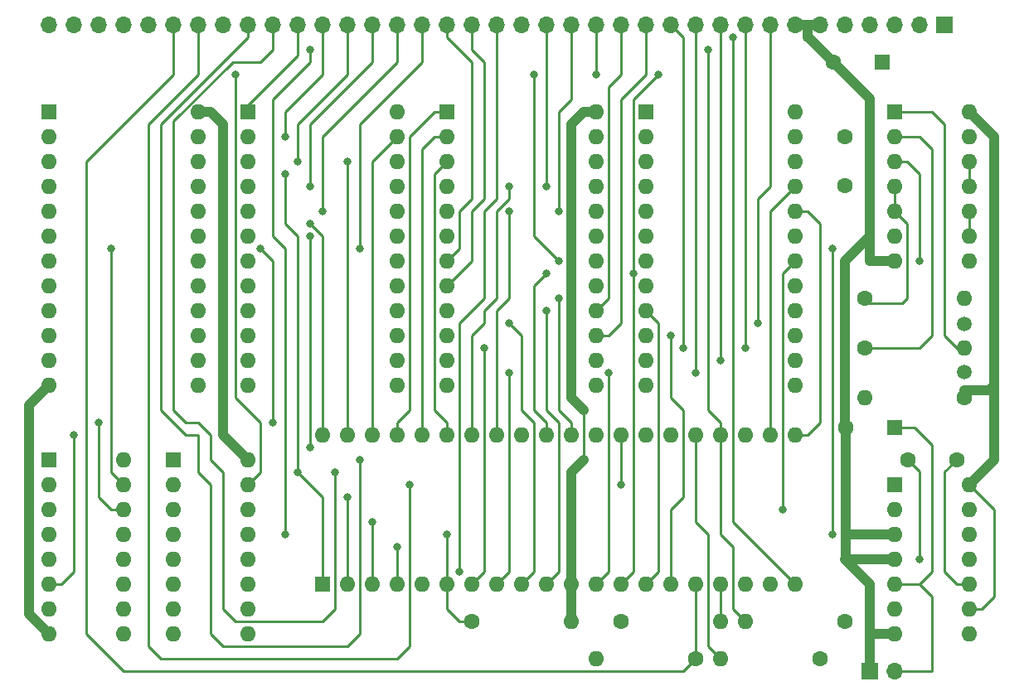
<source format=gbr>
%TF.GenerationSoftware,KiCad,Pcbnew,6.0.2+dfsg-1*%
%TF.CreationDate,2024-06-04T09:24:19+02:00*%
%TF.ProjectId,SBC2_Rebuild,53424332-5f52-4656-9275-696c642e6b69,rev?*%
%TF.SameCoordinates,Original*%
%TF.FileFunction,Copper,L2,Bot*%
%TF.FilePolarity,Positive*%
%FSLAX46Y46*%
G04 Gerber Fmt 4.6, Leading zero omitted, Abs format (unit mm)*
G04 Created by KiCad (PCBNEW 6.0.2+dfsg-1) date 2024-06-04 09:24:19*
%MOMM*%
%LPD*%
G01*
G04 APERTURE LIST*
%TA.AperFunction,ComponentPad*%
%ADD10R,1.600000X1.600000*%
%TD*%
%TA.AperFunction,ComponentPad*%
%ADD11C,1.600000*%
%TD*%
%TA.AperFunction,ComponentPad*%
%ADD12O,1.600000X1.600000*%
%TD*%
%TA.AperFunction,ComponentPad*%
%ADD13R,1.700000X1.700000*%
%TD*%
%TA.AperFunction,ComponentPad*%
%ADD14O,1.700000X1.700000*%
%TD*%
%TA.AperFunction,ComponentPad*%
%ADD15C,1.500000*%
%TD*%
%TA.AperFunction,ViaPad*%
%ADD16C,0.800000*%
%TD*%
%TA.AperFunction,Conductor*%
%ADD17C,0.250000*%
%TD*%
%TA.AperFunction,Conductor*%
%ADD18C,1.000000*%
%TD*%
G04 APERTURE END LIST*
D10*
%TO.P,C4,1*%
%TO.N,+5V*%
X163830000Y-63500000D03*
D11*
%TO.P,C4,2*%
%TO.N,GND*%
X158830000Y-63500000D03*
%TD*%
D10*
%TO.P,U1,1,~{Q}*%
%TO.N,/~{RESET}*%
X165100000Y-106675000D03*
D12*
%TO.P,U1,2*%
%TO.N,N/C*%
X165100000Y-109215000D03*
%TO.P,U1,3,A1*%
%TO.N,GND*%
X165100000Y-111755000D03*
%TO.P,U1,4,A2*%
X165100000Y-114295000D03*
%TO.P,U1,5,B*%
%TO.N,Net-(C1-Pad1)*%
X165100000Y-116835000D03*
%TO.P,U1,6,Q*%
%TO.N,unconnected-(U1-Pad6)*%
X165100000Y-119375000D03*
%TO.P,U1,7,GND*%
%TO.N,GND*%
X165100000Y-121915000D03*
%TO.P,U1,8*%
%TO.N,N/C*%
X172720000Y-121915000D03*
%TO.P,U1,9,Rint*%
%TO.N,+5V*%
X172720000Y-119375000D03*
%TO.P,U1,10,Cext*%
%TO.N,Net-(C2-Pad2)*%
X172720000Y-116835000D03*
%TO.P,U1,11,R/Cext*%
%TO.N,Net-(C2-Pad1)*%
X172720000Y-114295000D03*
%TO.P,U1,12*%
%TO.N,N/C*%
X172720000Y-111755000D03*
%TO.P,U1,13*%
X172720000Y-109215000D03*
%TO.P,U1,14,VCC*%
%TO.N,+5V*%
X172720000Y-106675000D03*
%TD*%
D10*
%TO.P,U7,1,A7*%
%TO.N,/A7*%
X99060000Y-68580000D03*
D12*
%TO.P,U7,2,A6*%
%TO.N,/A6*%
X99060000Y-71120000D03*
%TO.P,U7,3,A5*%
%TO.N,/A5*%
X99060000Y-73660000D03*
%TO.P,U7,4,A4*%
%TO.N,/A4*%
X99060000Y-76200000D03*
%TO.P,U7,5,A3*%
%TO.N,/A3*%
X99060000Y-78740000D03*
%TO.P,U7,6,A2*%
%TO.N,/A2*%
X99060000Y-81280000D03*
%TO.P,U7,7,A1*%
%TO.N,/A1*%
X99060000Y-83820000D03*
%TO.P,U7,8,A0*%
%TO.N,/A0*%
X99060000Y-86360000D03*
%TO.P,U7,9,D0*%
%TO.N,/D0*%
X99060000Y-88900000D03*
%TO.P,U7,10,D1*%
%TO.N,/D1*%
X99060000Y-91440000D03*
%TO.P,U7,11,D2*%
%TO.N,/D2*%
X99060000Y-93980000D03*
%TO.P,U7,12,GND*%
%TO.N,GND*%
X99060000Y-96520000D03*
%TO.P,U7,13,D3*%
%TO.N,/D3*%
X114300000Y-96520000D03*
%TO.P,U7,14,D4*%
%TO.N,/D4*%
X114300000Y-93980000D03*
%TO.P,U7,15,D5*%
%TO.N,/D5*%
X114300000Y-91440000D03*
%TO.P,U7,16,D6*%
%TO.N,/D6*%
X114300000Y-88900000D03*
%TO.P,U7,17,D7*%
%TO.N,/D7*%
X114300000Y-86360000D03*
%TO.P,U7,18,~{CE}*%
%TO.N,/~{CE2}*%
X114300000Y-83820000D03*
%TO.P,U7,19,A10*%
%TO.N,/A10*%
X114300000Y-81280000D03*
%TO.P,U7,20,~{OE}*%
%TO.N,/~{RD}*%
X114300000Y-78740000D03*
%TO.P,U7,21,A11*%
%TO.N,/A11*%
X114300000Y-76200000D03*
%TO.P,U7,22,A9*%
%TO.N,/A9*%
X114300000Y-73660000D03*
%TO.P,U7,23,A8*%
%TO.N,/A8*%
X114300000Y-71120000D03*
%TO.P,U7,24,VCC*%
%TO.N,+5V*%
X114300000Y-68580000D03*
%TD*%
D11*
%TO.P,R5,1*%
%TO.N,+5V*%
X157480000Y-124460000D03*
D12*
%TO.P,R5,2*%
%TO.N,Net-(R5-Pad2)*%
X147320000Y-124460000D03*
%TD*%
D11*
%TO.P,R2,1*%
%TO.N,Net-(C3-Pad2)*%
X162020000Y-92710000D03*
D12*
%TO.P,R2,2*%
%TO.N,Net-(R2-Pad2)*%
X172180000Y-92710000D03*
%TD*%
D11*
%TO.P,R7,1*%
%TO.N,/~{INT}*%
X144780000Y-124460000D03*
D12*
%TO.P,R7,2*%
%TO.N,+5V*%
X134620000Y-124460000D03*
%TD*%
D11*
%TO.P,R8,1*%
%TO.N,/~{CLK}*%
X121920000Y-120650000D03*
D12*
%TO.P,R8,2*%
%TO.N,+5V*%
X132080000Y-120650000D03*
%TD*%
D10*
%TO.P,C1,1*%
%TO.N,Net-(C1-Pad1)*%
X165100000Y-100830000D03*
D11*
%TO.P,C1,2*%
%TO.N,GND*%
X160100000Y-100830000D03*
%TD*%
D10*
%TO.P,U9,1,A7*%
%TO.N,/A7*%
X139700000Y-68580000D03*
D12*
%TO.P,U9,2,A6*%
%TO.N,/A6*%
X139700000Y-71120000D03*
%TO.P,U9,3,A5*%
%TO.N,/A5*%
X139700000Y-73660000D03*
%TO.P,U9,4,A4*%
%TO.N,/A4*%
X139700000Y-76200000D03*
%TO.P,U9,5,A3*%
%TO.N,/A3*%
X139700000Y-78740000D03*
%TO.P,U9,6,A2*%
%TO.N,/A2*%
X139700000Y-81280000D03*
%TO.P,U9,7,A1*%
%TO.N,/A1*%
X139700000Y-83820000D03*
%TO.P,U9,8,A0*%
%TO.N,/A0*%
X139700000Y-86360000D03*
%TO.P,U9,9,D0*%
%TO.N,/D0*%
X139700000Y-88900000D03*
%TO.P,U9,10,D1*%
%TO.N,/D1*%
X139700000Y-91440000D03*
%TO.P,U9,11,D2*%
%TO.N,/D2*%
X139700000Y-93980000D03*
%TO.P,U9,12,GND*%
%TO.N,GND*%
X139700000Y-96520000D03*
%TO.P,U9,13,D3*%
%TO.N,/D3*%
X154940000Y-96520000D03*
%TO.P,U9,14,D4*%
%TO.N,/D4*%
X154940000Y-93980000D03*
%TO.P,U9,15,D5*%
%TO.N,/D5*%
X154940000Y-91440000D03*
%TO.P,U9,16,D6*%
%TO.N,/D6*%
X154940000Y-88900000D03*
%TO.P,U9,17,D7*%
%TO.N,/D7*%
X154940000Y-86360000D03*
%TO.P,U9,18,~{CS}*%
%TO.N,/~{CE4}*%
X154940000Y-83820000D03*
%TO.P,U9,19,A10*%
%TO.N,/A10*%
X154940000Y-81280000D03*
%TO.P,U9,20,~{OE}*%
%TO.N,/~{RD}*%
X154940000Y-78740000D03*
%TO.P,U9,21,~{WE}*%
%TO.N,/~{WR}*%
X154940000Y-76200000D03*
%TO.P,U9,22,A9*%
%TO.N,/A9*%
X154940000Y-73660000D03*
%TO.P,U9,23,A8*%
%TO.N,/A8*%
X154940000Y-71120000D03*
%TO.P,U9,24,VCC*%
%TO.N,+5V*%
X154940000Y-68580000D03*
%TD*%
D11*
%TO.P,C3,1*%
%TO.N,Net-(C3-Pad1)*%
X160020000Y-76160000D03*
%TO.P,C3,2*%
%TO.N,Net-(C3-Pad2)*%
X160020000Y-71160000D03*
%TD*%
D10*
%TO.P,U6,1,A7*%
%TO.N,/A7*%
X78740000Y-68580000D03*
D12*
%TO.P,U6,2,A6*%
%TO.N,/A6*%
X78740000Y-71120000D03*
%TO.P,U6,3,A5*%
%TO.N,/A5*%
X78740000Y-73660000D03*
%TO.P,U6,4,A4*%
%TO.N,/A4*%
X78740000Y-76200000D03*
%TO.P,U6,5,A3*%
%TO.N,/A3*%
X78740000Y-78740000D03*
%TO.P,U6,6,A2*%
%TO.N,/A2*%
X78740000Y-81280000D03*
%TO.P,U6,7,A1*%
%TO.N,/A1*%
X78740000Y-83820000D03*
%TO.P,U6,8,A0*%
%TO.N,/A0*%
X78740000Y-86360000D03*
%TO.P,U6,9,D0*%
%TO.N,/D0*%
X78740000Y-88900000D03*
%TO.P,U6,10,D1*%
%TO.N,/D1*%
X78740000Y-91440000D03*
%TO.P,U6,11,D2*%
%TO.N,/D2*%
X78740000Y-93980000D03*
%TO.P,U6,12,GND*%
%TO.N,GND*%
X78740000Y-96520000D03*
%TO.P,U6,13,D3*%
%TO.N,/D3*%
X93980000Y-96520000D03*
%TO.P,U6,14,D4*%
%TO.N,/D4*%
X93980000Y-93980000D03*
%TO.P,U6,15,D5*%
%TO.N,/D5*%
X93980000Y-91440000D03*
%TO.P,U6,16,D6*%
%TO.N,/D6*%
X93980000Y-88900000D03*
%TO.P,U6,17,D7*%
%TO.N,/D7*%
X93980000Y-86360000D03*
%TO.P,U6,18,~{CE}*%
%TO.N,/~{CE1}*%
X93980000Y-83820000D03*
%TO.P,U6,19,A10*%
%TO.N,/A10*%
X93980000Y-81280000D03*
%TO.P,U6,20,~{OE}*%
%TO.N,/~{RD}*%
X93980000Y-78740000D03*
%TO.P,U6,21,A11*%
%TO.N,/A11*%
X93980000Y-76200000D03*
%TO.P,U6,22,A9*%
%TO.N,/A9*%
X93980000Y-73660000D03*
%TO.P,U6,23,A8*%
%TO.N,/A8*%
X93980000Y-71120000D03*
%TO.P,U6,24,VCC*%
%TO.N,+5V*%
X93980000Y-68580000D03*
%TD*%
D13*
%TO.P,SW1,1,1*%
%TO.N,GND*%
X162560000Y-125730000D03*
D14*
%TO.P,SW1,2,2*%
%TO.N,Net-(C1-Pad1)*%
X165100000Y-125730000D03*
%TD*%
D11*
%TO.P,C2,1*%
%TO.N,Net-(C2-Pad1)*%
X166410000Y-104140000D03*
%TO.P,C2,2*%
%TO.N,Net-(C2-Pad2)*%
X171410000Y-104140000D03*
%TD*%
D10*
%TO.P,U3,1,A11*%
%TO.N,/A11*%
X106685000Y-116845000D03*
D12*
%TO.P,U3,2,A12*%
%TO.N,/A12*%
X109225000Y-116845000D03*
%TO.P,U3,3,A13*%
%TO.N,/A13*%
X111765000Y-116845000D03*
%TO.P,U3,4,A14*%
%TO.N,/A14*%
X114305000Y-116845000D03*
%TO.P,U3,5,A15*%
%TO.N,/A15*%
X116845000Y-116845000D03*
%TO.P,U3,6,~{CLK}*%
%TO.N,/~{CLK}*%
X119385000Y-116845000D03*
%TO.P,U3,7,D4*%
%TO.N,/D4*%
X121925000Y-116845000D03*
%TO.P,U3,8,D3*%
%TO.N,/D3*%
X124465000Y-116845000D03*
%TO.P,U3,9,D5*%
%TO.N,/D5*%
X127005000Y-116845000D03*
%TO.P,U3,10,D6*%
%TO.N,/D6*%
X129545000Y-116845000D03*
%TO.P,U3,11,VCC*%
%TO.N,+5V*%
X132085000Y-116845000D03*
%TO.P,U3,12,D2*%
%TO.N,/D2*%
X134625000Y-116845000D03*
%TO.P,U3,13,D7*%
%TO.N,/D7*%
X137165000Y-116845000D03*
%TO.P,U3,14,D0*%
%TO.N,/D0*%
X139705000Y-116845000D03*
%TO.P,U3,15,D1*%
%TO.N,/D1*%
X142245000Y-116845000D03*
%TO.P,U3,16,~{INT}*%
%TO.N,/~{INT}*%
X144785000Y-116845000D03*
%TO.P,U3,17,~{NMI}*%
%TO.N,/~{NMI}*%
X147325000Y-116845000D03*
%TO.P,U3,18,~{HALT}*%
%TO.N,unconnected-(U3-Pad18)*%
X149865000Y-116845000D03*
%TO.P,U3,19,~{MREQ}*%
%TO.N,/~{MREQ}*%
X152405000Y-116845000D03*
%TO.P,U3,20,~{IORQ}*%
%TO.N,/~{IORQ}*%
X154945000Y-116845000D03*
%TO.P,U3,21,~{RD}*%
%TO.N,/~{RD}*%
X154945000Y-101605000D03*
%TO.P,U3,22,~{WR}*%
%TO.N,/~{WR}*%
X152405000Y-101605000D03*
%TO.P,U3,23,~{BUSACK}*%
%TO.N,unconnected-(U3-Pad23)*%
X149865000Y-101605000D03*
%TO.P,U3,24,~{WAIT}*%
%TO.N,/~{WAIT}*%
X147325000Y-101605000D03*
%TO.P,U3,25,~{BUSRQ}*%
%TO.N,Net-(R5-Pad2)*%
X144785000Y-101605000D03*
%TO.P,U3,26,~{RESET}*%
%TO.N,/~{RESET}*%
X142245000Y-101605000D03*
%TO.P,U3,27,~{M1}*%
%TO.N,/~{M1}*%
X139705000Y-101605000D03*
%TO.P,U3,28,~{RFSH}*%
%TO.N,/~{RFSH}*%
X137165000Y-101605000D03*
%TO.P,U3,29,GND*%
%TO.N,GND*%
X134625000Y-101605000D03*
%TO.P,U3,30,A0*%
%TO.N,/A0*%
X132085000Y-101605000D03*
%TO.P,U3,31,A1*%
%TO.N,/A1*%
X129545000Y-101605000D03*
%TO.P,U3,32,A2*%
%TO.N,/A2*%
X127005000Y-101605000D03*
%TO.P,U3,33,A3*%
%TO.N,/A3*%
X124465000Y-101605000D03*
%TO.P,U3,34,A4*%
%TO.N,/A4*%
X121925000Y-101605000D03*
%TO.P,U3,35,A5*%
%TO.N,/A5*%
X119385000Y-101605000D03*
%TO.P,U3,36,A6*%
%TO.N,/A6*%
X116845000Y-101605000D03*
%TO.P,U3,37,A7*%
%TO.N,/A7*%
X114305000Y-101605000D03*
%TO.P,U3,38,A8*%
%TO.N,/A8*%
X111765000Y-101605000D03*
%TO.P,U3,39,A9*%
%TO.N,/A9*%
X109225000Y-101605000D03*
%TO.P,U3,40,A10*%
%TO.N,/A10*%
X106685000Y-101605000D03*
%TD*%
D10*
%TO.P,U8,1,A7*%
%TO.N,/A7*%
X119380000Y-68580000D03*
D12*
%TO.P,U8,2,A6*%
%TO.N,/A6*%
X119380000Y-71120000D03*
%TO.P,U8,3,A5*%
%TO.N,/A5*%
X119380000Y-73660000D03*
%TO.P,U8,4,A4*%
%TO.N,/A4*%
X119380000Y-76200000D03*
%TO.P,U8,5,A3*%
%TO.N,/A3*%
X119380000Y-78740000D03*
%TO.P,U8,6,A2*%
%TO.N,/A2*%
X119380000Y-81280000D03*
%TO.P,U8,7,A1*%
%TO.N,/A1*%
X119380000Y-83820000D03*
%TO.P,U8,8,A0*%
%TO.N,/A0*%
X119380000Y-86360000D03*
%TO.P,U8,9,D0*%
%TO.N,/D0*%
X119380000Y-88900000D03*
%TO.P,U8,10,D1*%
%TO.N,/D1*%
X119380000Y-91440000D03*
%TO.P,U8,11,D2*%
%TO.N,/D2*%
X119380000Y-93980000D03*
%TO.P,U8,12,GND*%
%TO.N,GND*%
X119380000Y-96520000D03*
%TO.P,U8,13,D3*%
%TO.N,/D3*%
X134620000Y-96520000D03*
%TO.P,U8,14,D4*%
%TO.N,/D4*%
X134620000Y-93980000D03*
%TO.P,U8,15,D5*%
%TO.N,/D5*%
X134620000Y-91440000D03*
%TO.P,U8,16,D6*%
%TO.N,/D6*%
X134620000Y-88900000D03*
%TO.P,U8,17,D7*%
%TO.N,/D7*%
X134620000Y-86360000D03*
%TO.P,U8,18,~{CS}*%
%TO.N,/~{CE3}*%
X134620000Y-83820000D03*
%TO.P,U8,19,A10*%
%TO.N,/A10*%
X134620000Y-81280000D03*
%TO.P,U8,20,~{OE}*%
%TO.N,/~{RD}*%
X134620000Y-78740000D03*
%TO.P,U8,21,~{WE}*%
%TO.N,/~{WR}*%
X134620000Y-76200000D03*
%TO.P,U8,22,A9*%
%TO.N,/A9*%
X134620000Y-73660000D03*
%TO.P,U8,23,A8*%
%TO.N,/A8*%
X134620000Y-71120000D03*
%TO.P,U8,24,VCC*%
%TO.N,+5V*%
X134620000Y-68580000D03*
%TD*%
D11*
%TO.P,R4,1*%
%TO.N,+5V*%
X160020000Y-120650000D03*
D12*
%TO.P,R4,2*%
%TO.N,/~{WAIT}*%
X149860000Y-120650000D03*
%TD*%
D10*
%TO.P,U2,1*%
%TO.N,Net-(R2-Pad2)*%
X165100000Y-68580000D03*
D12*
%TO.P,U2,2*%
%TO.N,Net-(C3-Pad2)*%
X165100000Y-71120000D03*
%TO.P,U2,3*%
%TO.N,Net-(C3-Pad1)*%
X165100000Y-73660000D03*
%TO.P,U2,4*%
%TO.N,Net-(R3-Pad1)*%
X165100000Y-76200000D03*
%TO.P,U2,5*%
X165100000Y-78740000D03*
%TO.P,U2,6*%
%TO.N,Net-(U2-Pad13)*%
X165100000Y-81280000D03*
%TO.P,U2,7,GND*%
%TO.N,GND*%
X165100000Y-83820000D03*
%TO.P,U2,8*%
%TO.N,/~{CLK}*%
X172720000Y-83820000D03*
%TO.P,U2,9*%
%TO.N,Net-(U2-Pad10)*%
X172720000Y-81280000D03*
%TO.P,U2,10*%
X172720000Y-78740000D03*
%TO.P,U2,11*%
%TO.N,Net-(U2-Pad11)*%
X172720000Y-76200000D03*
%TO.P,U2,12*%
X172720000Y-73660000D03*
%TO.P,U2,13*%
%TO.N,Net-(U2-Pad13)*%
X172720000Y-71120000D03*
%TO.P,U2,14,VCC*%
%TO.N,+5V*%
X172720000Y-68580000D03*
%TD*%
D15*
%TO.P,Y1,1,1*%
%TO.N,Net-(R2-Pad2)*%
X172180000Y-95160000D03*
%TO.P,Y1,2,2*%
%TO.N,Net-(R3-Pad1)*%
X172180000Y-90260000D03*
%TD*%
D10*
%TO.P,U4,1,A0*%
%TO.N,/A12*%
X78740000Y-104140000D03*
D12*
%TO.P,U4,2,A1*%
%TO.N,/A13*%
X78740000Y-106680000D03*
%TO.P,U4,3,A2*%
%TO.N,/A14*%
X78740000Y-109220000D03*
%TO.P,U4,4,E1*%
%TO.N,/~{MREQ}*%
X78740000Y-111760000D03*
%TO.P,U4,5,E2*%
%TO.N,/A15*%
X78740000Y-114300000D03*
%TO.P,U4,6,E3*%
%TO.N,+5V*%
X78740000Y-116840000D03*
%TO.P,U4,7,O7*%
%TO.N,unconnected-(U4-Pad7)*%
X78740000Y-119380000D03*
%TO.P,U4,8,GND*%
%TO.N,GND*%
X78740000Y-121920000D03*
%TO.P,U4,9,O6*%
%TO.N,unconnected-(U4-Pad9)*%
X86360000Y-121920000D03*
%TO.P,U4,10,O5*%
%TO.N,unconnected-(U4-Pad10)*%
X86360000Y-119380000D03*
%TO.P,U4,11,O4*%
%TO.N,unconnected-(U4-Pad11)*%
X86360000Y-116840000D03*
%TO.P,U4,12,O3*%
%TO.N,unconnected-(U4-Pad12)*%
X86360000Y-114300000D03*
%TO.P,U4,13,O2*%
%TO.N,unconnected-(U4-Pad13)*%
X86360000Y-111760000D03*
%TO.P,U4,14,O1*%
%TO.N,/~{CE2}*%
X86360000Y-109220000D03*
%TO.P,U4,15,O0*%
%TO.N,/~{CE1}*%
X86360000Y-106680000D03*
%TO.P,U4,16,VCC*%
%TO.N,+5V*%
X86360000Y-104140000D03*
%TD*%
D11*
%TO.P,R1,1*%
%TO.N,+5V*%
X172180000Y-97790000D03*
D12*
%TO.P,R1,2*%
%TO.N,Net-(C1-Pad1)*%
X162020000Y-97790000D03*
%TD*%
D11*
%TO.P,R6,1*%
%TO.N,+5V*%
X137160000Y-120650000D03*
D12*
%TO.P,R6,2*%
%TO.N,/~{NMI}*%
X147320000Y-120650000D03*
%TD*%
D11*
%TO.P,R3,1*%
%TO.N,Net-(R3-Pad1)*%
X162020000Y-87630000D03*
D12*
%TO.P,R3,2*%
%TO.N,Net-(C3-Pad1)*%
X172180000Y-87630000D03*
%TD*%
D10*
%TO.P,U5,1,A0*%
%TO.N,/A11*%
X91440000Y-104140000D03*
D12*
%TO.P,U5,2,A1*%
%TO.N,/A12*%
X91440000Y-106680000D03*
%TO.P,U5,3,A2*%
%TO.N,/A13*%
X91440000Y-109220000D03*
%TO.P,U5,4,E1*%
%TO.N,/A14*%
X91440000Y-111760000D03*
%TO.P,U5,5,E2*%
%TO.N,/~{MREQ}*%
X91440000Y-114300000D03*
%TO.P,U5,6,E3*%
%TO.N,/A15*%
X91440000Y-116840000D03*
%TO.P,U5,7,O7*%
%TO.N,unconnected-(U5-Pad7)*%
X91440000Y-119380000D03*
%TO.P,U5,8,GND*%
%TO.N,GND*%
X91440000Y-121920000D03*
%TO.P,U5,9,O6*%
%TO.N,unconnected-(U5-Pad9)*%
X99060000Y-121920000D03*
%TO.P,U5,10,O5*%
%TO.N,unconnected-(U5-Pad10)*%
X99060000Y-119380000D03*
%TO.P,U5,11,O4*%
%TO.N,unconnected-(U5-Pad11)*%
X99060000Y-116840000D03*
%TO.P,U5,12,O3*%
%TO.N,unconnected-(U5-Pad12)*%
X99060000Y-114300000D03*
%TO.P,U5,13,O2*%
%TO.N,unconnected-(U5-Pad13)*%
X99060000Y-111760000D03*
%TO.P,U5,14,O1*%
%TO.N,/~{CE4}*%
X99060000Y-109220000D03*
%TO.P,U5,15,O0*%
%TO.N,/~{CE3}*%
X99060000Y-106680000D03*
%TO.P,U5,16,VCC*%
%TO.N,+5V*%
X99060000Y-104140000D03*
%TD*%
D13*
%TO.P,J1,1,Pin_1*%
%TO.N,-5V*%
X170180000Y-59690000D03*
D14*
%TO.P,J1,2,Pin_2*%
%TO.N,+12V*%
X167640000Y-59690000D03*
%TO.P,J1,3,Pin_3*%
%TO.N,-12V*%
X165100000Y-59690000D03*
%TO.P,J1,4,Pin_4*%
%TO.N,+5V*%
X162560000Y-59690000D03*
%TO.P,J1,5,Pin_5*%
X160020000Y-59690000D03*
%TO.P,J1,6,Pin_6*%
%TO.N,GND*%
X157480000Y-59690000D03*
%TO.P,J1,7,Pin_7*%
X154940000Y-59690000D03*
%TO.P,J1,8,Pin_8*%
%TO.N,/D0*%
X152400000Y-59690000D03*
%TO.P,J1,9,Pin_9*%
%TO.N,/D1*%
X149860000Y-59690000D03*
%TO.P,J1,10,Pin_10*%
%TO.N,/D2*%
X147320000Y-59690000D03*
%TO.P,J1,11,Pin_11*%
%TO.N,/D3*%
X144780000Y-59690000D03*
%TO.P,J1,12,Pin_12*%
%TO.N,/D4*%
X142240000Y-59690000D03*
%TO.P,J1,13,Pin_13*%
%TO.N,/D5*%
X139700000Y-59690000D03*
%TO.P,J1,14,Pin_14*%
%TO.N,/D6*%
X137160000Y-59690000D03*
%TO.P,J1,15,Pin_15*%
%TO.N,/D7*%
X134620000Y-59690000D03*
%TO.P,J1,16,Pin_16*%
%TO.N,/~{RD}*%
X132080000Y-59690000D03*
%TO.P,J1,17,Pin_17*%
%TO.N,/~{WR}*%
X129540000Y-59690000D03*
%TO.P,J1,18,Pin_18*%
%TO.N,/~{IORQ}*%
X127000000Y-59690000D03*
%TO.P,J1,19,Pin_19*%
%TO.N,/~{MREQ}*%
X124460000Y-59690000D03*
%TO.P,J1,20,Pin_20*%
%TO.N,/A0*%
X121920000Y-59690000D03*
%TO.P,J1,21,Pin_21*%
%TO.N,/A1*%
X119380000Y-59690000D03*
%TO.P,J1,22,Pin_22*%
%TO.N,/A2*%
X116840000Y-59690000D03*
%TO.P,J1,23,Pin_23*%
%TO.N,/A3*%
X114300000Y-59690000D03*
%TO.P,J1,24,Pin_24*%
%TO.N,/A4*%
X111760000Y-59690000D03*
%TO.P,J1,25,Pin_25*%
%TO.N,/A5*%
X109220000Y-59690000D03*
%TO.P,J1,26,Pin_26*%
%TO.N,/A6*%
X106680000Y-59690000D03*
%TO.P,J1,27,Pin_27*%
%TO.N,/A7*%
X104140000Y-59690000D03*
%TO.P,J1,28,Pin_28*%
%TO.N,/~{RESET}*%
X101600000Y-59690000D03*
%TO.P,J1,29,Pin_29*%
%TO.N,/~{M1}*%
X99060000Y-59690000D03*
%TO.P,J1,30,Pin_30*%
%TO.N,/~{CLK}*%
X96520000Y-59690000D03*
%TO.P,J1,31,Pin_31*%
%TO.N,/~{RFSH}*%
X93980000Y-59690000D03*
%TO.P,J1,32,Pin_32*%
%TO.N,/~{INT}*%
X91440000Y-59690000D03*
%TO.P,J1,33,Pin_33*%
%TO.N,/~{WAIT}*%
X88900000Y-59690000D03*
%TO.P,J1,34,Pin_34*%
%TO.N,unconnected-(J1-Pad34)*%
X86360000Y-59690000D03*
%TO.P,J1,35,Pin_35*%
%TO.N,unconnected-(J1-Pad35)*%
X83820000Y-59690000D03*
%TO.P,J1,36,Pin_36*%
%TO.N,unconnected-(J1-Pad36)*%
X81280000Y-59690000D03*
%TO.P,J1,37,Pin_37*%
%TO.N,unconnected-(J1-Pad37)*%
X78740000Y-59690000D03*
%TD*%
D16*
%TO.N,GND*%
X160020000Y-99060000D03*
%TO.N,Net-(C2-Pad1)*%
X167640000Y-114300000D03*
%TO.N,Net-(C3-Pad1)*%
X167640000Y-83820000D03*
%TO.N,+5V*%
X81280000Y-101600000D03*
%TO.N,/D0*%
X151130000Y-90170000D03*
%TO.N,/D1*%
X149860000Y-92710000D03*
X142240000Y-91440000D03*
%TO.N,/D2*%
X147320000Y-93980000D03*
X135890000Y-95250000D03*
%TO.N,/D3*%
X125730000Y-95250000D03*
X144780000Y-95250000D03*
%TO.N,/D4*%
X143510000Y-92710000D03*
X123190000Y-92710000D03*
%TO.N,/D5*%
X125730000Y-90170000D03*
%TO.N,/D6*%
X129540000Y-88900000D03*
%TO.N,/D7*%
X134620000Y-64770000D03*
X138430000Y-85090000D03*
X140970000Y-64770000D03*
%TO.N,/~{RD}*%
X130810000Y-78740000D03*
%TO.N,/~{WR}*%
X129540000Y-76200000D03*
%TO.N,/~{IORQ}*%
X148590000Y-60960000D03*
%TO.N,/~{MREQ}*%
X120650000Y-115570000D03*
%TO.N,/A0*%
X130810000Y-87630000D03*
%TO.N,/A1*%
X129540000Y-85090000D03*
%TO.N,/A2*%
X105410000Y-102870000D03*
X105410000Y-81280000D03*
X110490000Y-82550000D03*
%TO.N,/A3*%
X106680000Y-78740000D03*
X125730000Y-78740000D03*
%TO.N,/A4*%
X105410000Y-76200000D03*
X125730000Y-76200000D03*
%TO.N,/A5*%
X104140000Y-73660000D03*
%TO.N,/A6*%
X102870000Y-71120000D03*
%TO.N,/~{RESET}*%
X107950000Y-105410000D03*
%TO.N,/~{M1}*%
X110490000Y-104140000D03*
%TO.N,/~{CLK}*%
X158750000Y-111760000D03*
X119385000Y-111765000D03*
X158750000Y-82550000D03*
X105410000Y-62230000D03*
X102870000Y-111760000D03*
%TO.N,/~{RFSH}*%
X115570000Y-106680000D03*
X137160000Y-106680000D03*
%TO.N,/~{WAIT}*%
X146050000Y-62230000D03*
%TO.N,/A11*%
X104140000Y-105410000D03*
X102870000Y-74930000D03*
%TO.N,/A12*%
X109220000Y-107950000D03*
%TO.N,/A13*%
X111760000Y-110490000D03*
%TO.N,/A14*%
X114300000Y-113030000D03*
%TO.N,/A9*%
X109220000Y-73660000D03*
%TO.N,/A10*%
X105410000Y-80010000D03*
%TO.N,/~{CE2}*%
X100330000Y-82550000D03*
X101600000Y-100330000D03*
X83820000Y-100330000D03*
%TO.N,/~{CE1}*%
X85090000Y-82550000D03*
%TO.N,/~{CE4}*%
X153670000Y-109220000D03*
%TO.N,/~{CE3}*%
X97790000Y-64770000D03*
X130810000Y-83820000D03*
X128270000Y-64770000D03*
%TD*%
D17*
%TO.N,Net-(C1-Pad1)*%
X167140000Y-100830000D02*
X165100000Y-100830000D01*
X167645000Y-116835000D02*
X168910000Y-115570000D01*
X168910000Y-102600000D02*
X168910000Y-115570000D01*
X167140000Y-100830000D02*
X168910000Y-102600000D01*
X165100000Y-116835000D02*
X167645000Y-116835000D01*
X165100000Y-125730000D02*
X168910000Y-125730000D01*
X168910000Y-118110000D02*
X167635000Y-116835000D01*
X168910000Y-125730000D02*
X168910000Y-118110000D01*
D18*
%TO.N,GND*%
X76700020Y-119880020D02*
X78740000Y-121920000D01*
X162565000Y-121915000D02*
X165100000Y-121915000D01*
X160100000Y-100830000D02*
X160100000Y-111680000D01*
X160100000Y-114220000D02*
X160100000Y-114380000D01*
X160100000Y-114380000D02*
X162565000Y-116845000D01*
X78740000Y-96520000D02*
X76700020Y-98559980D01*
X162560000Y-67230000D02*
X162560000Y-81280000D01*
X160025000Y-114295000D02*
X165100000Y-114295000D01*
X160100000Y-111680000D02*
X160100000Y-114220000D01*
X162560000Y-81280000D02*
X160020000Y-83820000D01*
X162560000Y-121920000D02*
X162560000Y-125730000D01*
X156210000Y-59690000D02*
X157480000Y-59690000D01*
X160100000Y-111680000D02*
X160175000Y-111755000D01*
X160020000Y-83820000D02*
X160020000Y-100750000D01*
X158830000Y-63500000D02*
X162560000Y-67230000D01*
X156290000Y-60960000D02*
X158830000Y-63500000D01*
X162565000Y-116845000D02*
X162565000Y-121915000D01*
X162560000Y-81280000D02*
X162560000Y-83820000D01*
X156210000Y-60960000D02*
X156290000Y-60960000D01*
X162565000Y-121915000D02*
X162560000Y-121920000D01*
X154940000Y-59690000D02*
X156210000Y-59690000D01*
X156210000Y-59690000D02*
X156210000Y-60960000D01*
X160020000Y-100750000D02*
X160100000Y-100830000D01*
X76700020Y-98559980D02*
X76700020Y-119880020D01*
X160175000Y-111755000D02*
X165100000Y-111755000D01*
X162560000Y-83820000D02*
X165100000Y-83820000D01*
X160100000Y-114220000D02*
X160025000Y-114295000D01*
D17*
%TO.N,Net-(C2-Pad1)*%
X167640000Y-105370000D02*
X167640000Y-114300000D01*
X166410000Y-104140000D02*
X167640000Y-105370000D01*
%TO.N,Net-(C2-Pad2)*%
X171450000Y-116840000D02*
X171455000Y-116835000D01*
X170180000Y-105370000D02*
X170180000Y-115570000D01*
X171410000Y-104140000D02*
X170180000Y-105370000D01*
X171455000Y-116835000D02*
X172720000Y-116835000D01*
X170180000Y-115570000D02*
X171450000Y-116840000D01*
%TO.N,Net-(C3-Pad1)*%
X166370000Y-73660000D02*
X167640000Y-74930000D01*
X165100000Y-73660000D02*
X166370000Y-73660000D01*
X167640000Y-74930000D02*
X167640000Y-83820000D01*
%TO.N,Net-(C3-Pad2)*%
X168910000Y-72390000D02*
X168910000Y-91440000D01*
X165100000Y-71120000D02*
X167640000Y-71120000D01*
X168910000Y-91440000D02*
X167640000Y-92710000D01*
X167640000Y-71120000D02*
X168910000Y-72390000D01*
X167640000Y-92710000D02*
X162020000Y-92710000D01*
D18*
%TO.N,+5V*%
X132085000Y-105415000D02*
X132085000Y-116845000D01*
X96520000Y-69850000D02*
X96520000Y-101600000D01*
D17*
X175260000Y-118110000D02*
X173990000Y-119380000D01*
D18*
X175260000Y-96520000D02*
X175260000Y-104140000D01*
X133350000Y-68580000D02*
X132080000Y-69850000D01*
X132080000Y-105410000D02*
X132085000Y-105415000D01*
D17*
X81280000Y-115570000D02*
X81280000Y-101600000D01*
X172720000Y-106675000D02*
X175260000Y-109215000D01*
D18*
X132085000Y-116845000D02*
X132085000Y-120645000D01*
D17*
X175260000Y-109215000D02*
X175260000Y-118110000D01*
X78740000Y-116840000D02*
X80010000Y-116840000D01*
D18*
X175260000Y-71120000D02*
X175260000Y-96520000D01*
D17*
X80010000Y-116840000D02*
X81280000Y-115570000D01*
X173990000Y-119380000D02*
X173985000Y-119375000D01*
X133350000Y-104140000D02*
X133350000Y-99060000D01*
D18*
X132080000Y-97790000D02*
X133350000Y-99060000D01*
X96520000Y-101600000D02*
X99060000Y-104140000D01*
D17*
X173985000Y-119375000D02*
X172720000Y-119375000D01*
D18*
X95250000Y-68580000D02*
X96520000Y-69850000D01*
X134620000Y-68580000D02*
X133350000Y-68580000D01*
X172180000Y-97020000D02*
X174760000Y-97020000D01*
X175255000Y-104140000D02*
X172720000Y-106675000D01*
X133350000Y-104140000D02*
X132080000Y-105410000D01*
X132085000Y-120645000D02*
X132080000Y-120650000D01*
X132080000Y-69850000D02*
X132080000Y-97790000D01*
X93980000Y-68580000D02*
X95250000Y-68580000D01*
X175260000Y-104140000D02*
X175255000Y-104140000D01*
X174760000Y-97020000D02*
X175260000Y-96520000D01*
X172720000Y-68580000D02*
X175260000Y-71120000D01*
D17*
%TO.N,/D0*%
X152400000Y-59690000D02*
X152400000Y-76200000D01*
X140970000Y-90170000D02*
X139700000Y-88900000D01*
X139705000Y-116845000D02*
X140970000Y-115580000D01*
X151130000Y-77470000D02*
X151130000Y-90170000D01*
X140970000Y-115580000D02*
X140970000Y-90170000D01*
X152400000Y-76200000D02*
X151130000Y-77470000D01*
%TO.N,/D1*%
X149860000Y-59690000D02*
X149860000Y-92710000D01*
X142245000Y-109225000D02*
X142240000Y-109220000D01*
X143510000Y-107950000D02*
X143510000Y-99060000D01*
X143510000Y-99060000D02*
X142240000Y-97790000D01*
X142245000Y-116845000D02*
X142245000Y-109225000D01*
X142240000Y-97790000D02*
X142240000Y-91440000D01*
X142240000Y-109220000D02*
X143510000Y-107950000D01*
%TO.N,/D2*%
X134625000Y-116845000D02*
X135890000Y-115580000D01*
X135890000Y-115580000D02*
X135890000Y-95250000D01*
X147320000Y-59690000D02*
X147320000Y-93980000D01*
%TO.N,/D3*%
X125730000Y-115580000D02*
X125730000Y-95250000D01*
X124465000Y-116845000D02*
X125730000Y-115580000D01*
X144780000Y-59690000D02*
X144780000Y-95250000D01*
%TO.N,/D4*%
X121925000Y-116845000D02*
X123190000Y-115580000D01*
X143510000Y-60960000D02*
X143510000Y-92710000D01*
X123190000Y-115580000D02*
X123190000Y-92710000D01*
X142240000Y-59690000D02*
X143510000Y-60960000D01*
%TO.N,/D5*%
X127000000Y-99060000D02*
X127000000Y-91440000D01*
X135890000Y-91440000D02*
X134620000Y-91440000D01*
X139700000Y-64770000D02*
X137160000Y-67310000D01*
X137160000Y-67310000D02*
X137160000Y-90170000D01*
X127005000Y-116845000D02*
X128270000Y-115580000D01*
X128270000Y-100330000D02*
X127000000Y-99060000D01*
X139700000Y-59690000D02*
X139700000Y-64770000D01*
X127000000Y-91440000D02*
X125730000Y-90170000D01*
X128270000Y-115580000D02*
X128270000Y-100330000D01*
X137160000Y-90170000D02*
X135890000Y-91440000D01*
%TO.N,/D6*%
X135890000Y-87630000D02*
X134620000Y-88900000D01*
X130810000Y-100330000D02*
X129540000Y-99060000D01*
X129540000Y-99060000D02*
X129540000Y-88900000D01*
X135890000Y-66040000D02*
X135890000Y-87630000D01*
X137160000Y-59690000D02*
X137160000Y-64770000D01*
X130810000Y-115580000D02*
X130810000Y-100330000D01*
X137160000Y-64770000D02*
X135890000Y-66040000D01*
X129545000Y-116845000D02*
X130810000Y-115580000D01*
%TO.N,/D7*%
X134620000Y-59690000D02*
X134620000Y-64770000D01*
X138430000Y-115580000D02*
X137165000Y-116845000D01*
X140970000Y-64770000D02*
X138430000Y-67310000D01*
X138430000Y-67310000D02*
X138430000Y-115580000D01*
%TO.N,/~{RD}*%
X156205000Y-101605000D02*
X157480000Y-100330000D01*
X132080000Y-59690000D02*
X132080000Y-67310000D01*
X157480000Y-100330000D02*
X157480000Y-80010000D01*
X157480000Y-80010000D02*
X156210000Y-78740000D01*
X156210000Y-78740000D02*
X154940000Y-78740000D01*
X154945000Y-101605000D02*
X156205000Y-101605000D01*
X130810000Y-78740000D02*
X130810000Y-68580000D01*
X132080000Y-67310000D02*
X130810000Y-68580000D01*
%TO.N,/~{WR}*%
X129540000Y-76200000D02*
X129540000Y-59690000D01*
X152400000Y-82870300D02*
X152405000Y-82875300D01*
X152405000Y-82875300D02*
X152405000Y-101605000D01*
X154940000Y-76200000D02*
X152400000Y-78740000D01*
X152400000Y-78740000D02*
X152400000Y-82870300D01*
%TO.N,/~{IORQ}*%
X148590000Y-110490000D02*
X154945000Y-116845000D01*
X148590000Y-60960000D02*
X148590000Y-110490000D01*
%TO.N,/~{MREQ}*%
X120650000Y-90170000D02*
X120650000Y-115570000D01*
X120650000Y-90170000D02*
X123190000Y-87630000D01*
X124460000Y-77470000D02*
X124460000Y-59690000D01*
X123190000Y-78740000D02*
X124460000Y-77470000D01*
X123190000Y-87630000D02*
X123190000Y-78740000D01*
%TO.N,/A0*%
X132085000Y-100335000D02*
X130810000Y-99060000D01*
X123190000Y-77470000D02*
X121920000Y-78740000D01*
X130810000Y-99060000D02*
X130810000Y-87630000D01*
X123190000Y-63500000D02*
X123190000Y-77470000D01*
X119380000Y-86360000D02*
X121920000Y-83820000D01*
X121920000Y-62230000D02*
X123190000Y-63500000D01*
X121920000Y-59690000D02*
X121920000Y-62230000D01*
X132085000Y-101605000D02*
X132085000Y-100335000D01*
X121920000Y-78740000D02*
X121920000Y-83820000D01*
%TO.N,/A1*%
X128270000Y-86360000D02*
X129540000Y-85090000D01*
X120650000Y-78740000D02*
X121920000Y-77470000D01*
X121920000Y-63500000D02*
X119380000Y-60960000D01*
X129545000Y-100335000D02*
X128270000Y-99060000D01*
X121920000Y-77470000D02*
X121920000Y-63500000D01*
X129545000Y-101605000D02*
X129545000Y-100335000D01*
X119380000Y-83820000D02*
X120650000Y-82550000D01*
X120650000Y-82550000D02*
X120650000Y-78740000D01*
X128270000Y-99060000D02*
X128270000Y-86360000D01*
X119380000Y-60960000D02*
X119380000Y-59690000D01*
%TO.N,/A2*%
X105410000Y-102870000D02*
X105410000Y-81280000D01*
X116840000Y-59690000D02*
X116840000Y-63500000D01*
X116840000Y-63500000D02*
X110490000Y-69850000D01*
X110490000Y-69850000D02*
X110490000Y-82550000D01*
%TO.N,/A3*%
X114300000Y-59690000D02*
X114300000Y-63500000D01*
X124460000Y-88900000D02*
X125730000Y-87630000D01*
X114300000Y-63500000D02*
X106680000Y-71120000D01*
X124465000Y-101605000D02*
X124465000Y-88905000D01*
X124465000Y-88905000D02*
X124460000Y-88900000D01*
X106680000Y-71120000D02*
X106680000Y-78740000D01*
X125730000Y-87630000D02*
X125730000Y-78740000D01*
%TO.N,/A4*%
X125730000Y-77470000D02*
X125730000Y-76200000D01*
X111760000Y-63500000D02*
X105410000Y-69850000D01*
X121920000Y-91440000D02*
X123190000Y-90170000D01*
X121925000Y-101605000D02*
X121925000Y-91445000D01*
X124460000Y-87630000D02*
X124460000Y-78740000D01*
X121925000Y-91445000D02*
X121920000Y-91440000D01*
X111760000Y-59690000D02*
X111760000Y-63500000D01*
X123190000Y-90170000D02*
X123190000Y-88900000D01*
X105410000Y-69850000D02*
X105410000Y-76200000D01*
X124460000Y-78740000D02*
X125730000Y-77470000D01*
X123190000Y-88900000D02*
X124460000Y-87630000D01*
%TO.N,/A5*%
X118110000Y-74930000D02*
X119380000Y-73660000D01*
X109220000Y-64770000D02*
X104140000Y-69850000D01*
X104140000Y-69850000D02*
X104140000Y-73660000D01*
X119385000Y-100335000D02*
X118110000Y-99060000D01*
X118110000Y-99060000D02*
X118110000Y-74930000D01*
X109220000Y-59690000D02*
X109220000Y-64770000D01*
X119385000Y-101605000D02*
X119385000Y-100335000D01*
%TO.N,/A6*%
X116845000Y-101605000D02*
X116845000Y-72395000D01*
X116845000Y-72395000D02*
X116840000Y-72390000D01*
X106680000Y-59690000D02*
X106680000Y-64770000D01*
X116840000Y-72390000D02*
X118110000Y-71120000D01*
X106680000Y-64770000D02*
X102870000Y-68580000D01*
X102870000Y-68580000D02*
X102870000Y-71120000D01*
X118110000Y-71120000D02*
X119380000Y-71120000D01*
%TO.N,/A7*%
X104145000Y-62795000D02*
X104140000Y-62790000D01*
X115570000Y-71120000D02*
X118110000Y-68580000D01*
X115570000Y-99060000D02*
X115570000Y-71120000D01*
X114305000Y-101605000D02*
X114305000Y-100325000D01*
X104140000Y-62790000D02*
X104140000Y-59690000D01*
X118110000Y-68580000D02*
X119380000Y-68580000D01*
X104145000Y-62795000D02*
X99060000Y-67880000D01*
X99060000Y-67880000D02*
X99060000Y-68580000D01*
X114305000Y-100325000D02*
X115570000Y-99060000D01*
%TO.N,/~{RESET}*%
X91440000Y-69529700D02*
X91440000Y-99060000D01*
X100330000Y-63500000D02*
X97469700Y-63500000D01*
X93980000Y-100330000D02*
X95250000Y-101600000D01*
X95250000Y-104140000D02*
X96520000Y-105410000D01*
X91440000Y-99060000D02*
X92710000Y-100330000D01*
X92710000Y-100330000D02*
X93980000Y-100330000D01*
X106680000Y-120650000D02*
X107950000Y-119380000D01*
X95250000Y-101600000D02*
X95250000Y-104140000D01*
X107950000Y-119380000D02*
X107950000Y-105410000D01*
X97790000Y-120650000D02*
X106680000Y-120650000D01*
X101600000Y-59690000D02*
X101600000Y-62230000D01*
X96520000Y-105410000D02*
X96520000Y-119380000D01*
X101600000Y-62230000D02*
X100330000Y-63500000D01*
X96520000Y-119380000D02*
X97790000Y-120650000D01*
X97469700Y-63500000D02*
X91440000Y-69529700D01*
%TO.N,/~{M1}*%
X90170000Y-99060000D02*
X92710000Y-101600000D01*
X93980000Y-101600000D02*
X93980000Y-105410000D01*
X95250000Y-106680000D02*
X95250000Y-121920000D01*
X99060000Y-60960000D02*
X90170000Y-69850000D01*
X95250000Y-121920000D02*
X96520000Y-123190000D01*
X99060000Y-59690000D02*
X99060000Y-60960000D01*
X110490000Y-121920000D02*
X110490000Y-104140000D01*
X96520000Y-123190000D02*
X109220000Y-123190000D01*
X90170000Y-69850000D02*
X90170000Y-99060000D01*
X93980000Y-105410000D02*
X95250000Y-106680000D01*
X92710000Y-101600000D02*
X93980000Y-101600000D01*
X109220000Y-123190000D02*
X110490000Y-121920000D01*
%TO.N,/~{CLK}*%
X119385000Y-116845000D02*
X119385000Y-111765000D01*
X158750000Y-82550000D02*
X158750000Y-111760000D01*
X101600000Y-67310000D02*
X101600000Y-81280000D01*
X119380000Y-119380000D02*
X120650000Y-120650000D01*
X119385000Y-119375000D02*
X119380000Y-119380000D01*
X119385000Y-116845000D02*
X119385000Y-119375000D01*
X105410000Y-62230000D02*
X105410000Y-63500000D01*
X105410000Y-63500000D02*
X101600000Y-67310000D01*
X101600000Y-81280000D02*
X102870000Y-82550000D01*
X102870000Y-82550000D02*
X102870000Y-111760000D01*
X120650000Y-120650000D02*
X121920000Y-120650000D01*
%TO.N,/~{RFSH}*%
X93980000Y-62790000D02*
X93985000Y-62795000D01*
X88900000Y-69850000D02*
X88900000Y-123190000D01*
X137165000Y-106675000D02*
X137165000Y-101605000D01*
X90170000Y-124460000D02*
X114300000Y-124460000D01*
X115570000Y-123190000D02*
X115570000Y-106680000D01*
X93985000Y-62795000D02*
X93985000Y-64765000D01*
X137160000Y-106680000D02*
X137165000Y-106675000D01*
X88900000Y-123190000D02*
X90170000Y-124460000D01*
X93980000Y-59690000D02*
X93980000Y-62790000D01*
X93985000Y-64765000D02*
X88900000Y-69850000D01*
X114300000Y-124460000D02*
X115570000Y-123190000D01*
%TO.N,/~{INT}*%
X144780000Y-124460000D02*
X144780000Y-116850000D01*
X86360000Y-125730000D02*
X143510000Y-125730000D01*
X82550000Y-73660000D02*
X82550000Y-121920000D01*
X82550000Y-121920000D02*
X86360000Y-125730000D01*
X91445000Y-62795000D02*
X91445000Y-64765000D01*
X91440000Y-62790000D02*
X91445000Y-62795000D01*
X91445000Y-64765000D02*
X82550000Y-73660000D01*
X143510000Y-125730000D02*
X144780000Y-124460000D01*
X144780000Y-116850000D02*
X144785000Y-116845000D01*
X91440000Y-59690000D02*
X91440000Y-62790000D01*
%TO.N,/~{WAIT}*%
X149860000Y-120650000D02*
X148590000Y-119380000D01*
X147325000Y-100335000D02*
X146050000Y-99060000D01*
X148590000Y-113030000D02*
X147320000Y-111760000D01*
X148590000Y-119380000D02*
X148590000Y-113030000D01*
X146050000Y-99060000D02*
X146050000Y-62230000D01*
X147320000Y-111760000D02*
X147325000Y-111755000D01*
X147325000Y-101605000D02*
X147325000Y-100335000D01*
X147325000Y-111755000D02*
X147325000Y-101605000D01*
%TO.N,Net-(R2-Pad2)*%
X165100000Y-68580000D02*
X168910000Y-68580000D01*
X170180000Y-91440000D02*
X171450000Y-92710000D01*
X168910000Y-68580000D02*
X170180000Y-69850000D01*
X170180000Y-69850000D02*
X170180000Y-91440000D01*
X171450000Y-92710000D02*
X172180000Y-92710000D01*
%TO.N,Net-(R3-Pad1)*%
X165870000Y-88130000D02*
X162020000Y-88130000D01*
X166370000Y-80010000D02*
X166370000Y-87630000D01*
X165100000Y-78740000D02*
X166370000Y-80010000D01*
X165100000Y-76200000D02*
X165100000Y-78740000D01*
X166370000Y-87630000D02*
X165870000Y-88130000D01*
%TO.N,Net-(R5-Pad2)*%
X147320000Y-124460000D02*
X146050000Y-123190000D01*
X144785000Y-110485000D02*
X144785000Y-101605000D01*
X144780000Y-110490000D02*
X144785000Y-110485000D01*
X146050000Y-111760000D02*
X144780000Y-110490000D01*
X146050000Y-123190000D02*
X146050000Y-111760000D01*
%TO.N,/~{NMI}*%
X147320000Y-116850000D02*
X147325000Y-116845000D01*
X147320000Y-120650000D02*
X147320000Y-116850000D01*
%TO.N,Net-(U2-Pad10)*%
X172720000Y-78740000D02*
X172720000Y-81280000D01*
%TO.N,Net-(U2-Pad11)*%
X172720000Y-73660000D02*
X172720000Y-76200000D01*
%TO.N,/A11*%
X102870000Y-80010000D02*
X102870000Y-74930000D01*
X104140000Y-81280000D02*
X102870000Y-80010000D01*
X104140000Y-105410000D02*
X106685000Y-107955000D01*
X104140000Y-105410000D02*
X104140000Y-81280000D01*
X106685000Y-107955000D02*
X106685000Y-116845000D01*
%TO.N,/A12*%
X109225000Y-107955000D02*
X109225000Y-116845000D01*
X109220000Y-107950000D02*
X109225000Y-107955000D01*
%TO.N,/A13*%
X111760000Y-110490000D02*
X111765000Y-110495000D01*
X111765000Y-110495000D02*
X111765000Y-116845000D01*
%TO.N,/A14*%
X114305000Y-113035000D02*
X114305000Y-116845000D01*
X114300000Y-113030000D02*
X114305000Y-113035000D01*
%TO.N,/A8*%
X111760000Y-73660000D02*
X114300000Y-71120000D01*
X111765000Y-73665000D02*
X111760000Y-73660000D01*
X111765000Y-101605000D02*
X111765000Y-73665000D01*
%TO.N,/A9*%
X109225000Y-101605000D02*
X109225000Y-73665000D01*
X109225000Y-73665000D02*
X109220000Y-73660000D01*
%TO.N,/A10*%
X106685000Y-101605000D02*
X106685000Y-81285000D01*
X106685000Y-81285000D02*
X105410000Y-80010000D01*
%TO.N,/~{CE2}*%
X85090000Y-109220000D02*
X83820000Y-107950000D01*
X101600000Y-83820000D02*
X100330000Y-82550000D01*
X101600000Y-100330000D02*
X101600000Y-83820000D01*
X83820000Y-107950000D02*
X83820000Y-100330000D01*
X86360000Y-109220000D02*
X85090000Y-109220000D01*
%TO.N,/~{CE1}*%
X85090000Y-82550000D02*
X85090000Y-105410000D01*
X85090000Y-105410000D02*
X86360000Y-106680000D01*
%TO.N,/~{CE4}*%
X153670000Y-85090000D02*
X153670000Y-109220000D01*
X154940000Y-83820000D02*
X153670000Y-85090000D01*
%TO.N,/~{CE3}*%
X99060000Y-106680000D02*
X100330000Y-105410000D01*
X130810000Y-83820000D02*
X128270000Y-81280000D01*
X100330000Y-105410000D02*
X100330000Y-100330000D01*
X100330000Y-100330000D02*
X97790000Y-97790000D01*
X128270000Y-81280000D02*
X128270000Y-64770000D01*
X97790000Y-97790000D02*
X97790000Y-64770000D01*
%TD*%
M02*

</source>
